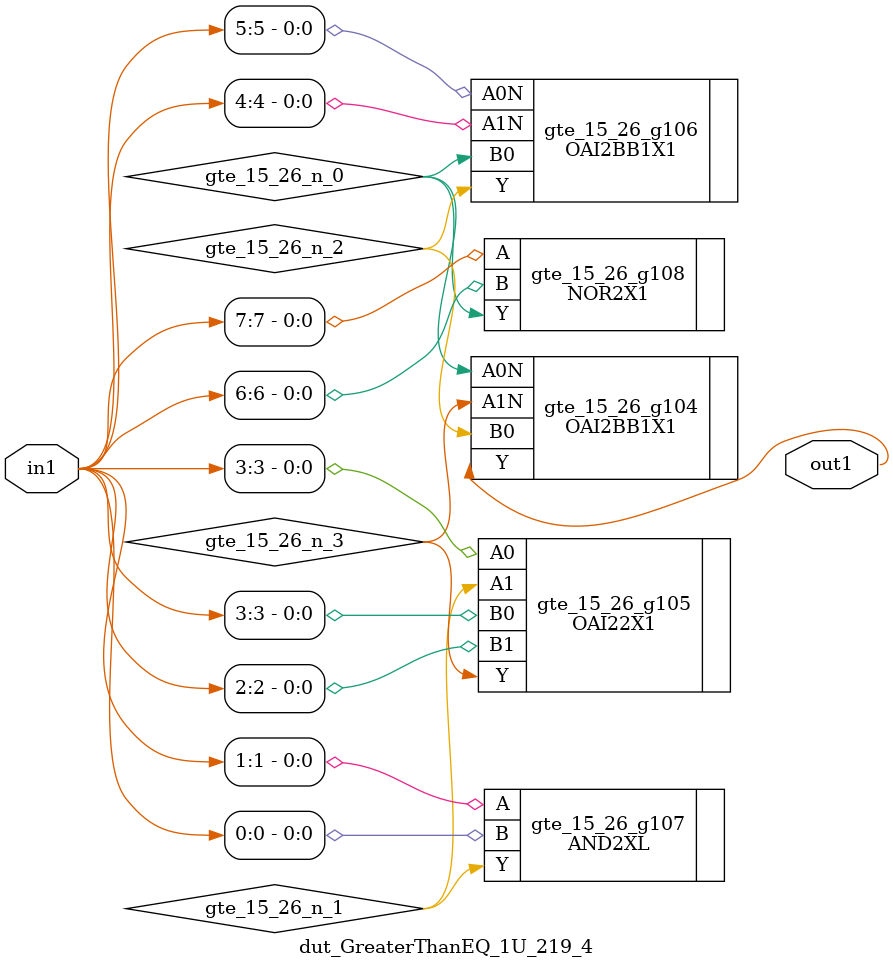
<source format=v>
`timescale 1ps / 1ps


module dut_GreaterThanEQ_1U_219_4(in1, out1);
  input [7:0] in1;
  output out1;
  wire [7:0] in1;
  wire out1;
  wire gte_15_26_n_0, gte_15_26_n_1, gte_15_26_n_2, gte_15_26_n_3;
  OAI2BB1X1 gte_15_26_g104(.A0N (gte_15_26_n_0), .A1N (gte_15_26_n_3),
       .B0 (gte_15_26_n_2), .Y (out1));
  OAI22X1 gte_15_26_g105(.A0 (in1[3]), .A1 (gte_15_26_n_1), .B0
       (in1[3]), .B1 (in1[2]), .Y (gte_15_26_n_3));
  OAI2BB1X1 gte_15_26_g106(.A0N (in1[5]), .A1N (in1[4]), .B0
       (gte_15_26_n_0), .Y (gte_15_26_n_2));
  AND2XL gte_15_26_g107(.A (in1[1]), .B (in1[0]), .Y (gte_15_26_n_1));
  NOR2X1 gte_15_26_g108(.A (in1[7]), .B (in1[6]), .Y (gte_15_26_n_0));
endmodule



</source>
